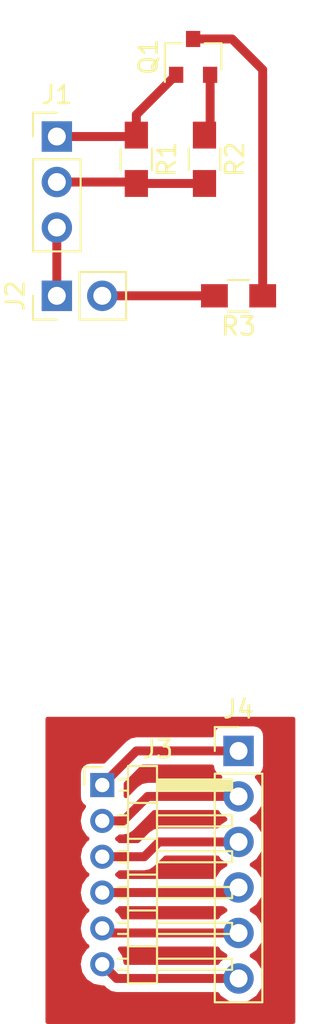
<source format=kicad_pcb>
(kicad_pcb (version 4) (host pcbnew 4.0.7)

  (general
    (links 14)
    (no_connects 0)
    (area 0 0 0 0)
    (thickness 1.6)
    (drawings 0)
    (tracks 28)
    (zones 0)
    (modules 8)
    (nets 13)
  )

  (page A4)
  (layers
    (0 F.Cu signal)
    (31 B.Cu signal)
    (32 B.Adhes user)
    (37 F.SilkS user)
    (39 F.Mask user)
    (40 Dwgs.User user)
    (41 Cmts.User user)
    (42 Eco1.User user)
    (43 Eco2.User user)
    (44 Edge.Cuts user)
    (45 Margin user)
    (46 B.CrtYd user)
    (48 B.Fab user)
  )

  (setup
    (last_trace_width 0.5)
    (trace_clearance 0.2)
    (zone_clearance 0.508)
    (zone_45_only no)
    (trace_min 0.2)
    (segment_width 0.2)
    (edge_width 0.1)
    (via_size 0.6)
    (via_drill 0.4)
    (via_min_size 0.4)
    (via_min_drill 0.3)
    (uvia_size 0.3)
    (uvia_drill 0.1)
    (uvias_allowed no)
    (uvia_min_size 0.2)
    (uvia_min_drill 0.1)
    (pcb_text_width 0.3)
    (pcb_text_size 1.5 1.5)
    (mod_edge_width 0.15)
    (mod_text_size 1 1)
    (mod_text_width 0.15)
    (pad_size 1.5 1.5)
    (pad_drill 0.6)
    (pad_to_mask_clearance 0)
    (aux_axis_origin 0 0)
    (visible_elements FFFFFF7F)
    (pcbplotparams
      (layerselection 0x00000_00000001)
      (usegerberextensions false)
      (excludeedgelayer true)
      (linewidth 0.100000)
      (plotframeref false)
      (viasonmask false)
      (mode 1)
      (useauxorigin false)
      (hpglpennumber 1)
      (hpglpenspeed 20)
      (hpglpendiameter 15)
      (hpglpenoverlay 2)
      (psnegative true)
      (psa4output false)
      (plotreference true)
      (plotvalue true)
      (plotinvisibletext false)
      (padsonsilk true)
      (subtractmaskfromsilk false)
      (outputformat 4)
      (mirror false)
      (drillshape 2)
      (scaleselection 1)
      (outputdirectory output.d/))
  )

  (net 0 "")
  (net 1 "Net-(J1-Pad1)")
  (net 2 "Net-(J1-Pad2)")
  (net 3 "Net-(J1-Pad3)")
  (net 4 "Net-(J2-Pad2)")
  (net 5 "Net-(J3-Pad1)")
  (net 6 "Net-(J3-Pad2)")
  (net 7 "Net-(J3-Pad3)")
  (net 8 "Net-(J3-Pad4)")
  (net 9 "Net-(J3-Pad5)")
  (net 10 "Net-(J3-Pad6)")
  (net 11 "Net-(Q1-Pad2)")
  (net 12 "Net-(Q1-Pad3)")

  (net_class Default 这是默认网络组.
    (clearance 0.2)
    (trace_width 0.5)
    (via_dia 0.6)
    (via_drill 0.4)
    (uvia_dia 0.3)
    (uvia_drill 0.1)
    (add_net "Net-(J1-Pad1)")
    (add_net "Net-(J1-Pad2)")
    (add_net "Net-(J1-Pad3)")
    (add_net "Net-(J2-Pad2)")
    (add_net "Net-(J3-Pad1)")
    (add_net "Net-(J3-Pad2)")
    (add_net "Net-(J3-Pad3)")
    (add_net "Net-(J3-Pad4)")
    (add_net "Net-(J3-Pad5)")
    (add_net "Net-(J3-Pad6)")
    (add_net "Net-(Q1-Pad2)")
    (add_net "Net-(Q1-Pad3)")
  )

  (module Pin_Headers:Pin_Header_Straight_1x03_Pitch2.54mm (layer F.Cu) (tedit 59650532) (tstamp 59E22D93)
    (at 106.68 97.155)
    (descr "Through hole straight pin header, 1x03, 2.54mm pitch, single row")
    (tags "Through hole pin header THT 1x03 2.54mm single row")
    (path /59E22473)
    (fp_text reference J1 (at 0 -2.33) (layer F.SilkS)
      (effects (font (size 1 1) (thickness 0.15)))
    )
    (fp_text value Conn_01x03_Male (at 0 7.41) (layer F.Fab)
      (effects (font (size 1 1) (thickness 0.15)))
    )
    (fp_line (start -0.635 -1.27) (end 1.27 -1.27) (layer F.Fab) (width 0.1))
    (fp_line (start 1.27 -1.27) (end 1.27 6.35) (layer F.Fab) (width 0.1))
    (fp_line (start 1.27 6.35) (end -1.27 6.35) (layer F.Fab) (width 0.1))
    (fp_line (start -1.27 6.35) (end -1.27 -0.635) (layer F.Fab) (width 0.1))
    (fp_line (start -1.27 -0.635) (end -0.635 -1.27) (layer F.Fab) (width 0.1))
    (fp_line (start -1.33 6.41) (end 1.33 6.41) (layer F.SilkS) (width 0.12))
    (fp_line (start -1.33 1.27) (end -1.33 6.41) (layer F.SilkS) (width 0.12))
    (fp_line (start 1.33 1.27) (end 1.33 6.41) (layer F.SilkS) (width 0.12))
    (fp_line (start -1.33 1.27) (end 1.33 1.27) (layer F.SilkS) (width 0.12))
    (fp_line (start -1.33 0) (end -1.33 -1.33) (layer F.SilkS) (width 0.12))
    (fp_line (start -1.33 -1.33) (end 0 -1.33) (layer F.SilkS) (width 0.12))
    (fp_line (start -1.8 -1.8) (end -1.8 6.85) (layer F.CrtYd) (width 0.05))
    (fp_line (start -1.8 6.85) (end 1.8 6.85) (layer F.CrtYd) (width 0.05))
    (fp_line (start 1.8 6.85) (end 1.8 -1.8) (layer F.CrtYd) (width 0.05))
    (fp_line (start 1.8 -1.8) (end -1.8 -1.8) (layer F.CrtYd) (width 0.05))
    (fp_text user %R (at 0 2.54 90) (layer F.Fab)
      (effects (font (size 1 1) (thickness 0.15)))
    )
    (pad 1 thru_hole rect (at 0 0) (size 1.7 1.7) (drill 1) (layers *.Cu *.Mask)
      (net 1 "Net-(J1-Pad1)"))
    (pad 2 thru_hole oval (at 0 2.54) (size 1.7 1.7) (drill 1) (layers *.Cu *.Mask)
      (net 2 "Net-(J1-Pad2)"))
    (pad 3 thru_hole oval (at 0 5.08) (size 1.7 1.7) (drill 1) (layers *.Cu *.Mask)
      (net 3 "Net-(J1-Pad3)"))
    (model ${KISYS3DMOD}/Pin_Headers.3dshapes/Pin_Header_Straight_1x03_Pitch2.54mm.wrl
      (at (xyz 0 0 0))
      (scale (xyz 1 1 1))
      (rotate (xyz 0 0 0))
    )
  )

  (module Socket_Strips:Socket_Strip_Straight_1x02_Pitch2.54mm (layer F.Cu) (tedit 58CD5446) (tstamp 59E22DA8)
    (at 106.68 106.045 90)
    (descr "Through hole straight socket strip, 1x02, 2.54mm pitch, single row")
    (tags "Through hole socket strip THT 1x02 2.54mm single row")
    (path /59E224AE)
    (fp_text reference J2 (at 0 -2.33 90) (layer F.SilkS)
      (effects (font (size 1 1) (thickness 0.15)))
    )
    (fp_text value Conn_01x02_Female (at 0 4.87 90) (layer F.Fab)
      (effects (font (size 1 1) (thickness 0.15)))
    )
    (fp_line (start -1.27 -1.27) (end -1.27 3.81) (layer F.Fab) (width 0.1))
    (fp_line (start -1.27 3.81) (end 1.27 3.81) (layer F.Fab) (width 0.1))
    (fp_line (start 1.27 3.81) (end 1.27 -1.27) (layer F.Fab) (width 0.1))
    (fp_line (start 1.27 -1.27) (end -1.27 -1.27) (layer F.Fab) (width 0.1))
    (fp_line (start -1.33 1.27) (end -1.33 3.87) (layer F.SilkS) (width 0.12))
    (fp_line (start -1.33 3.87) (end 1.33 3.87) (layer F.SilkS) (width 0.12))
    (fp_line (start 1.33 3.87) (end 1.33 1.27) (layer F.SilkS) (width 0.12))
    (fp_line (start 1.33 1.27) (end -1.33 1.27) (layer F.SilkS) (width 0.12))
    (fp_line (start -1.33 0) (end -1.33 -1.33) (layer F.SilkS) (width 0.12))
    (fp_line (start -1.33 -1.33) (end 0 -1.33) (layer F.SilkS) (width 0.12))
    (fp_line (start -1.8 -1.8) (end -1.8 4.35) (layer F.CrtYd) (width 0.05))
    (fp_line (start -1.8 4.35) (end 1.8 4.35) (layer F.CrtYd) (width 0.05))
    (fp_line (start 1.8 4.35) (end 1.8 -1.8) (layer F.CrtYd) (width 0.05))
    (fp_line (start 1.8 -1.8) (end -1.8 -1.8) (layer F.CrtYd) (width 0.05))
    (fp_text user %R (at 0 -2.33 90) (layer F.Fab)
      (effects (font (size 1 1) (thickness 0.15)))
    )
    (pad 1 thru_hole rect (at 0 0 90) (size 1.7 1.7) (drill 1) (layers *.Cu *.Mask)
      (net 3 "Net-(J1-Pad3)"))
    (pad 2 thru_hole oval (at 0 2.54 90) (size 1.7 1.7) (drill 1) (layers *.Cu *.Mask)
      (net 4 "Net-(J2-Pad2)"))
    (model ${KISYS3DMOD}/Socket_Strips.3dshapes/Socket_Strip_Straight_1x02_Pitch2.54mm.wrl
      (at (xyz 0 -0.05 0))
      (scale (xyz 1 1 1))
      (rotate (xyz 0 0 270))
    )
  )

  (module Pin_Headers:Pin_Header_Angled_1x06_Pitch2.00mm (layer F.Cu) (tedit 59650533) (tstamp 59E22E0E)
    (at 109.22 133.35)
    (descr "Through hole angled pin header, 1x06, 2.00mm pitch, 4.2mm pin length, single row")
    (tags "Through hole angled pin header THT 1x06 2.00mm single row")
    (path /59E2254F)
    (fp_text reference J3 (at 3.1 -2) (layer F.SilkS)
      (effects (font (size 1 1) (thickness 0.15)))
    )
    (fp_text value Conn_01x06_Male (at 3.1 12) (layer F.Fab)
      (effects (font (size 1 1) (thickness 0.15)))
    )
    (fp_line (start 1.875 -1) (end 3 -1) (layer F.Fab) (width 0.1))
    (fp_line (start 3 -1) (end 3 11) (layer F.Fab) (width 0.1))
    (fp_line (start 3 11) (end 1.5 11) (layer F.Fab) (width 0.1))
    (fp_line (start 1.5 11) (end 1.5 -0.625) (layer F.Fab) (width 0.1))
    (fp_line (start 1.5 -0.625) (end 1.875 -1) (layer F.Fab) (width 0.1))
    (fp_line (start -0.25 -0.25) (end 1.5 -0.25) (layer F.Fab) (width 0.1))
    (fp_line (start -0.25 -0.25) (end -0.25 0.25) (layer F.Fab) (width 0.1))
    (fp_line (start -0.25 0.25) (end 1.5 0.25) (layer F.Fab) (width 0.1))
    (fp_line (start 3 -0.25) (end 7.2 -0.25) (layer F.Fab) (width 0.1))
    (fp_line (start 7.2 -0.25) (end 7.2 0.25) (layer F.Fab) (width 0.1))
    (fp_line (start 3 0.25) (end 7.2 0.25) (layer F.Fab) (width 0.1))
    (fp_line (start -0.25 1.75) (end 1.5 1.75) (layer F.Fab) (width 0.1))
    (fp_line (start -0.25 1.75) (end -0.25 2.25) (layer F.Fab) (width 0.1))
    (fp_line (start -0.25 2.25) (end 1.5 2.25) (layer F.Fab) (width 0.1))
    (fp_line (start 3 1.75) (end 7.2 1.75) (layer F.Fab) (width 0.1))
    (fp_line (start 7.2 1.75) (end 7.2 2.25) (layer F.Fab) (width 0.1))
    (fp_line (start 3 2.25) (end 7.2 2.25) (layer F.Fab) (width 0.1))
    (fp_line (start -0.25 3.75) (end 1.5 3.75) (layer F.Fab) (width 0.1))
    (fp_line (start -0.25 3.75) (end -0.25 4.25) (layer F.Fab) (width 0.1))
    (fp_line (start -0.25 4.25) (end 1.5 4.25) (layer F.Fab) (width 0.1))
    (fp_line (start 3 3.75) (end 7.2 3.75) (layer F.Fab) (width 0.1))
    (fp_line (start 7.2 3.75) (end 7.2 4.25) (layer F.Fab) (width 0.1))
    (fp_line (start 3 4.25) (end 7.2 4.25) (layer F.Fab) (width 0.1))
    (fp_line (start -0.25 5.75) (end 1.5 5.75) (layer F.Fab) (width 0.1))
    (fp_line (start -0.25 5.75) (end -0.25 6.25) (layer F.Fab) (width 0.1))
    (fp_line (start -0.25 6.25) (end 1.5 6.25) (layer F.Fab) (width 0.1))
    (fp_line (start 3 5.75) (end 7.2 5.75) (layer F.Fab) (width 0.1))
    (fp_line (start 7.2 5.75) (end 7.2 6.25) (layer F.Fab) (width 0.1))
    (fp_line (start 3 6.25) (end 7.2 6.25) (layer F.Fab) (width 0.1))
    (fp_line (start -0.25 7.75) (end 1.5 7.75) (layer F.Fab) (width 0.1))
    (fp_line (start -0.25 7.75) (end -0.25 8.25) (layer F.Fab) (width 0.1))
    (fp_line (start -0.25 8.25) (end 1.5 8.25) (layer F.Fab) (width 0.1))
    (fp_line (start 3 7.75) (end 7.2 7.75) (layer F.Fab) (width 0.1))
    (fp_line (start 7.2 7.75) (end 7.2 8.25) (layer F.Fab) (width 0.1))
    (fp_line (start 3 8.25) (end 7.2 8.25) (layer F.Fab) (width 0.1))
    (fp_line (start -0.25 9.75) (end 1.5 9.75) (layer F.Fab) (width 0.1))
    (fp_line (start -0.25 9.75) (end -0.25 10.25) (layer F.Fab) (width 0.1))
    (fp_line (start -0.25 10.25) (end 1.5 10.25) (layer F.Fab) (width 0.1))
    (fp_line (start 3 9.75) (end 7.2 9.75) (layer F.Fab) (width 0.1))
    (fp_line (start 7.2 9.75) (end 7.2 10.25) (layer F.Fab) (width 0.1))
    (fp_line (start 3 10.25) (end 7.2 10.25) (layer F.Fab) (width 0.1))
    (fp_line (start 1.44 -1.06) (end 1.44 11.06) (layer F.SilkS) (width 0.12))
    (fp_line (start 1.44 11.06) (end 3.06 11.06) (layer F.SilkS) (width 0.12))
    (fp_line (start 3.06 11.06) (end 3.06 -1.06) (layer F.SilkS) (width 0.12))
    (fp_line (start 3.06 -1.06) (end 1.44 -1.06) (layer F.SilkS) (width 0.12))
    (fp_line (start 3.06 -0.31) (end 7.26 -0.31) (layer F.SilkS) (width 0.12))
    (fp_line (start 7.26 -0.31) (end 7.26 0.31) (layer F.SilkS) (width 0.12))
    (fp_line (start 7.26 0.31) (end 3.06 0.31) (layer F.SilkS) (width 0.12))
    (fp_line (start 3.06 -0.25) (end 7.26 -0.25) (layer F.SilkS) (width 0.12))
    (fp_line (start 3.06 -0.13) (end 7.26 -0.13) (layer F.SilkS) (width 0.12))
    (fp_line (start 3.06 -0.01) (end 7.26 -0.01) (layer F.SilkS) (width 0.12))
    (fp_line (start 3.06 0.11) (end 7.26 0.11) (layer F.SilkS) (width 0.12))
    (fp_line (start 3.06 0.23) (end 7.26 0.23) (layer F.SilkS) (width 0.12))
    (fp_line (start 0.935 -0.31) (end 1.44 -0.31) (layer F.SilkS) (width 0.12))
    (fp_line (start 0.935 0.31) (end 1.44 0.31) (layer F.SilkS) (width 0.12))
    (fp_line (start 1.44 1) (end 3.06 1) (layer F.SilkS) (width 0.12))
    (fp_line (start 3.06 1.69) (end 7.26 1.69) (layer F.SilkS) (width 0.12))
    (fp_line (start 7.26 1.69) (end 7.26 2.31) (layer F.SilkS) (width 0.12))
    (fp_line (start 7.26 2.31) (end 3.06 2.31) (layer F.SilkS) (width 0.12))
    (fp_line (start 0.882114 1.69) (end 1.44 1.69) (layer F.SilkS) (width 0.12))
    (fp_line (start 0.882114 2.31) (end 1.44 2.31) (layer F.SilkS) (width 0.12))
    (fp_line (start 1.44 3) (end 3.06 3) (layer F.SilkS) (width 0.12))
    (fp_line (start 3.06 3.69) (end 7.26 3.69) (layer F.SilkS) (width 0.12))
    (fp_line (start 7.26 3.69) (end 7.26 4.31) (layer F.SilkS) (width 0.12))
    (fp_line (start 7.26 4.31) (end 3.06 4.31) (layer F.SilkS) (width 0.12))
    (fp_line (start 0.882114 3.69) (end 1.44 3.69) (layer F.SilkS) (width 0.12))
    (fp_line (start 0.882114 4.31) (end 1.44 4.31) (layer F.SilkS) (width 0.12))
    (fp_line (start 1.44 5) (end 3.06 5) (layer F.SilkS) (width 0.12))
    (fp_line (start 3.06 5.69) (end 7.26 5.69) (layer F.SilkS) (width 0.12))
    (fp_line (start 7.26 5.69) (end 7.26 6.31) (layer F.SilkS) (width 0.12))
    (fp_line (start 7.26 6.31) (end 3.06 6.31) (layer F.SilkS) (width 0.12))
    (fp_line (start 0.882114 5.69) (end 1.44 5.69) (layer F.SilkS) (width 0.12))
    (fp_line (start 0.882114 6.31) (end 1.44 6.31) (layer F.SilkS) (width 0.12))
    (fp_line (start 1.44 7) (end 3.06 7) (layer F.SilkS) (width 0.12))
    (fp_line (start 3.06 7.69) (end 7.26 7.69) (layer F.SilkS) (width 0.12))
    (fp_line (start 7.26 7.69) (end 7.26 8.31) (layer F.SilkS) (width 0.12))
    (fp_line (start 7.26 8.31) (end 3.06 8.31) (layer F.SilkS) (width 0.12))
    (fp_line (start 0.882114 7.69) (end 1.44 7.69) (layer F.SilkS) (width 0.12))
    (fp_line (start 0.882114 8.31) (end 1.44 8.31) (layer F.SilkS) (width 0.12))
    (fp_line (start 1.44 9) (end 3.06 9) (layer F.SilkS) (width 0.12))
    (fp_line (start 3.06 9.69) (end 7.26 9.69) (layer F.SilkS) (width 0.12))
    (fp_line (start 7.26 9.69) (end 7.26 10.31) (layer F.SilkS) (width 0.12))
    (fp_line (start 7.26 10.31) (end 3.06 10.31) (layer F.SilkS) (width 0.12))
    (fp_line (start 0.882114 9.69) (end 1.44 9.69) (layer F.SilkS) (width 0.12))
    (fp_line (start 0.882114 10.31) (end 1.44 10.31) (layer F.SilkS) (width 0.12))
    (fp_line (start -1 0) (end -1 -1) (layer F.SilkS) (width 0.12))
    (fp_line (start -1 -1) (end 0 -1) (layer F.SilkS) (width 0.12))
    (fp_line (start -1.5 -1.5) (end -1.5 11.5) (layer F.CrtYd) (width 0.05))
    (fp_line (start -1.5 11.5) (end 7.7 11.5) (layer F.CrtYd) (width 0.05))
    (fp_line (start 7.7 11.5) (end 7.7 -1.5) (layer F.CrtYd) (width 0.05))
    (fp_line (start 7.7 -1.5) (end -1.5 -1.5) (layer F.CrtYd) (width 0.05))
    (fp_text user %R (at 2.25 5 90) (layer F.Fab)
      (effects (font (size 0.9 0.9) (thickness 0.135)))
    )
    (pad 1 thru_hole rect (at 0 0) (size 1.35 1.35) (drill 0.8) (layers *.Cu *.Mask)
      (net 5 "Net-(J3-Pad1)"))
    (pad 2 thru_hole oval (at 0 2) (size 1.35 1.35) (drill 0.8) (layers *.Cu *.Mask)
      (net 6 "Net-(J3-Pad2)"))
    (pad 3 thru_hole oval (at 0 4) (size 1.35 1.35) (drill 0.8) (layers *.Cu *.Mask)
      (net 7 "Net-(J3-Pad3)"))
    (pad 4 thru_hole oval (at 0 6) (size 1.35 1.35) (drill 0.8) (layers *.Cu *.Mask)
      (net 8 "Net-(J3-Pad4)"))
    (pad 5 thru_hole oval (at 0 8) (size 1.35 1.35) (drill 0.8) (layers *.Cu *.Mask)
      (net 9 "Net-(J3-Pad5)"))
    (pad 6 thru_hole oval (at 0 10) (size 1.35 1.35) (drill 0.8) (layers *.Cu *.Mask)
      (net 10 "Net-(J3-Pad6)"))
    (model ${KISYS3DMOD}/Pin_Headers.3dshapes/Pin_Header_Angled_1x06_Pitch2.00mm.wrl
      (at (xyz 0 0 0))
      (scale (xyz 1 1 1))
      (rotate (xyz 0 0 0))
    )
  )

  (module Pin_Headers:Pin_Header_Straight_1x06_Pitch2.54mm (layer F.Cu) (tedit 59650532) (tstamp 59E22E28)
    (at 116.84 131.445)
    (descr "Through hole straight pin header, 1x06, 2.54mm pitch, single row")
    (tags "Through hole pin header THT 1x06 2.54mm single row")
    (path /59E22578)
    (fp_text reference J4 (at 0 -2.33) (layer F.SilkS)
      (effects (font (size 1 1) (thickness 0.15)))
    )
    (fp_text value Conn_01x06_Male (at 0 15.03) (layer F.Fab)
      (effects (font (size 1 1) (thickness 0.15)))
    )
    (fp_line (start -0.635 -1.27) (end 1.27 -1.27) (layer F.Fab) (width 0.1))
    (fp_line (start 1.27 -1.27) (end 1.27 13.97) (layer F.Fab) (width 0.1))
    (fp_line (start 1.27 13.97) (end -1.27 13.97) (layer F.Fab) (width 0.1))
    (fp_line (start -1.27 13.97) (end -1.27 -0.635) (layer F.Fab) (width 0.1))
    (fp_line (start -1.27 -0.635) (end -0.635 -1.27) (layer F.Fab) (width 0.1))
    (fp_line (start -1.33 14.03) (end 1.33 14.03) (layer F.SilkS) (width 0.12))
    (fp_line (start -1.33 1.27) (end -1.33 14.03) (layer F.SilkS) (width 0.12))
    (fp_line (start 1.33 1.27) (end 1.33 14.03) (layer F.SilkS) (width 0.12))
    (fp_line (start -1.33 1.27) (end 1.33 1.27) (layer F.SilkS) (width 0.12))
    (fp_line (start -1.33 0) (end -1.33 -1.33) (layer F.SilkS) (width 0.12))
    (fp_line (start -1.33 -1.33) (end 0 -1.33) (layer F.SilkS) (width 0.12))
    (fp_line (start -1.8 -1.8) (end -1.8 14.5) (layer F.CrtYd) (width 0.05))
    (fp_line (start -1.8 14.5) (end 1.8 14.5) (layer F.CrtYd) (width 0.05))
    (fp_line (start 1.8 14.5) (end 1.8 -1.8) (layer F.CrtYd) (width 0.05))
    (fp_line (start 1.8 -1.8) (end -1.8 -1.8) (layer F.CrtYd) (width 0.05))
    (fp_text user %R (at 0 6.35 90) (layer F.Fab)
      (effects (font (size 1 1) (thickness 0.15)))
    )
    (pad 1 thru_hole rect (at 0 0) (size 1.7 1.7) (drill 1) (layers *.Cu *.Mask)
      (net 5 "Net-(J3-Pad1)"))
    (pad 2 thru_hole oval (at 0 2.54) (size 1.7 1.7) (drill 1) (layers *.Cu *.Mask)
      (net 6 "Net-(J3-Pad2)"))
    (pad 3 thru_hole oval (at 0 5.08) (size 1.7 1.7) (drill 1) (layers *.Cu *.Mask)
      (net 7 "Net-(J3-Pad3)"))
    (pad 4 thru_hole oval (at 0 7.62) (size 1.7 1.7) (drill 1) (layers *.Cu *.Mask)
      (net 8 "Net-(J3-Pad4)"))
    (pad 5 thru_hole oval (at 0 10.16) (size 1.7 1.7) (drill 1) (layers *.Cu *.Mask)
      (net 9 "Net-(J3-Pad5)"))
    (pad 6 thru_hole oval (at 0 12.7) (size 1.7 1.7) (drill 1) (layers *.Cu *.Mask)
      (net 10 "Net-(J3-Pad6)"))
    (model ${KISYS3DMOD}/Pin_Headers.3dshapes/Pin_Header_Straight_1x06_Pitch2.54mm.wrl
      (at (xyz 0 0 0))
      (scale (xyz 1 1 1))
      (rotate (xyz 0 0 0))
    )
  )

  (module Resistors_SMD:R_0805_HandSoldering (layer F.Cu) (tedit 58E0A804) (tstamp 59E22E4E)
    (at 111.125 98.425 270)
    (descr "Resistor SMD 0805, hand soldering")
    (tags "resistor 0805")
    (path /59E227A4)
    (attr smd)
    (fp_text reference R1 (at 0 -1.7 270) (layer F.SilkS)
      (effects (font (size 1 1) (thickness 0.15)))
    )
    (fp_text value R (at 0 1.75 270) (layer F.Fab)
      (effects (font (size 1 1) (thickness 0.15)))
    )
    (fp_text user %R (at 0 0 270) (layer F.Fab)
      (effects (font (size 0.5 0.5) (thickness 0.075)))
    )
    (fp_line (start -1 0.62) (end -1 -0.62) (layer F.Fab) (width 0.1))
    (fp_line (start 1 0.62) (end -1 0.62) (layer F.Fab) (width 0.1))
    (fp_line (start 1 -0.62) (end 1 0.62) (layer F.Fab) (width 0.1))
    (fp_line (start -1 -0.62) (end 1 -0.62) (layer F.Fab) (width 0.1))
    (fp_line (start 0.6 0.88) (end -0.6 0.88) (layer F.SilkS) (width 0.12))
    (fp_line (start -0.6 -0.88) (end 0.6 -0.88) (layer F.SilkS) (width 0.12))
    (fp_line (start -2.35 -0.9) (end 2.35 -0.9) (layer F.CrtYd) (width 0.05))
    (fp_line (start -2.35 -0.9) (end -2.35 0.9) (layer F.CrtYd) (width 0.05))
    (fp_line (start 2.35 0.9) (end 2.35 -0.9) (layer F.CrtYd) (width 0.05))
    (fp_line (start 2.35 0.9) (end -2.35 0.9) (layer F.CrtYd) (width 0.05))
    (pad 1 smd rect (at -1.35 0 270) (size 1.5 1.3) (layers F.Cu F.Mask)
      (net 1 "Net-(J1-Pad1)"))
    (pad 2 smd rect (at 1.35 0 270) (size 1.5 1.3) (layers F.Cu F.Mask)
      (net 2 "Net-(J1-Pad2)"))
    (model ${KISYS3DMOD}/Resistors_SMD.3dshapes/R_0805.wrl
      (at (xyz 0 0 0))
      (scale (xyz 1 1 1))
      (rotate (xyz 0 0 0))
    )
  )

  (module Resistors_SMD:R_0805_HandSoldering (layer F.Cu) (tedit 58E0A804) (tstamp 59E22E5F)
    (at 114.935 98.425 270)
    (descr "Resistor SMD 0805, hand soldering")
    (tags "resistor 0805")
    (path /59E2266C)
    (attr smd)
    (fp_text reference R2 (at 0 -1.7 270) (layer F.SilkS)
      (effects (font (size 1 1) (thickness 0.15)))
    )
    (fp_text value R (at 0 1.75 270) (layer F.Fab)
      (effects (font (size 1 1) (thickness 0.15)))
    )
    (fp_text user %R (at 0 0 270) (layer F.Fab)
      (effects (font (size 0.5 0.5) (thickness 0.075)))
    )
    (fp_line (start -1 0.62) (end -1 -0.62) (layer F.Fab) (width 0.1))
    (fp_line (start 1 0.62) (end -1 0.62) (layer F.Fab) (width 0.1))
    (fp_line (start 1 -0.62) (end 1 0.62) (layer F.Fab) (width 0.1))
    (fp_line (start -1 -0.62) (end 1 -0.62) (layer F.Fab) (width 0.1))
    (fp_line (start 0.6 0.88) (end -0.6 0.88) (layer F.SilkS) (width 0.12))
    (fp_line (start -0.6 -0.88) (end 0.6 -0.88) (layer F.SilkS) (width 0.12))
    (fp_line (start -2.35 -0.9) (end 2.35 -0.9) (layer F.CrtYd) (width 0.05))
    (fp_line (start -2.35 -0.9) (end -2.35 0.9) (layer F.CrtYd) (width 0.05))
    (fp_line (start 2.35 0.9) (end 2.35 -0.9) (layer F.CrtYd) (width 0.05))
    (fp_line (start 2.35 0.9) (end -2.35 0.9) (layer F.CrtYd) (width 0.05))
    (pad 1 smd rect (at -1.35 0 270) (size 1.5 1.3) (layers F.Cu F.Mask)
      (net 11 "Net-(Q1-Pad2)"))
    (pad 2 smd rect (at 1.35 0 270) (size 1.5 1.3) (layers F.Cu F.Mask)
      (net 2 "Net-(J1-Pad2)"))
    (model ${KISYS3DMOD}/Resistors_SMD.3dshapes/R_0805.wrl
      (at (xyz 0 0 0))
      (scale (xyz 1 1 1))
      (rotate (xyz 0 0 0))
    )
  )

  (module Resistors_SMD:R_0805_HandSoldering (layer F.Cu) (tedit 58E0A804) (tstamp 59E22E70)
    (at 116.84 106.045 180)
    (descr "Resistor SMD 0805, hand soldering")
    (tags "resistor 0805")
    (path /59E226F9)
    (attr smd)
    (fp_text reference R3 (at 0 -1.7 180) (layer F.SilkS)
      (effects (font (size 1 1) (thickness 0.15)))
    )
    (fp_text value R (at 0 1.75 180) (layer F.Fab)
      (effects (font (size 1 1) (thickness 0.15)))
    )
    (fp_text user %R (at 0 0 180) (layer F.Fab)
      (effects (font (size 0.5 0.5) (thickness 0.075)))
    )
    (fp_line (start -1 0.62) (end -1 -0.62) (layer F.Fab) (width 0.1))
    (fp_line (start 1 0.62) (end -1 0.62) (layer F.Fab) (width 0.1))
    (fp_line (start 1 -0.62) (end 1 0.62) (layer F.Fab) (width 0.1))
    (fp_line (start -1 -0.62) (end 1 -0.62) (layer F.Fab) (width 0.1))
    (fp_line (start 0.6 0.88) (end -0.6 0.88) (layer F.SilkS) (width 0.12))
    (fp_line (start -0.6 -0.88) (end 0.6 -0.88) (layer F.SilkS) (width 0.12))
    (fp_line (start -2.35 -0.9) (end 2.35 -0.9) (layer F.CrtYd) (width 0.05))
    (fp_line (start -2.35 -0.9) (end -2.35 0.9) (layer F.CrtYd) (width 0.05))
    (fp_line (start 2.35 0.9) (end 2.35 -0.9) (layer F.CrtYd) (width 0.05))
    (fp_line (start 2.35 0.9) (end -2.35 0.9) (layer F.CrtYd) (width 0.05))
    (pad 1 smd rect (at -1.35 0 180) (size 1.5 1.3) (layers F.Cu F.Mask)
      (net 12 "Net-(Q1-Pad3)"))
    (pad 2 smd rect (at 1.35 0 180) (size 1.5 1.3) (layers F.Cu F.Mask)
      (net 4 "Net-(J2-Pad2)"))
    (model ${KISYS3DMOD}/Resistors_SMD.3dshapes/R_0805.wrl
      (at (xyz 0 0 0))
      (scale (xyz 1 1 1))
      (rotate (xyz 0 0 0))
    )
  )

  (module TO_SOT_Packages_SMD:SOT-23 (layer F.Cu) (tedit 58CE4E7E) (tstamp 59E23632)
    (at 114.3 92.71 90)
    (descr "SOT-23, Standard")
    (tags SOT-23)
    (path /59E22ABE)
    (attr smd)
    (fp_text reference Q1 (at 0 -2.5 90) (layer F.SilkS)
      (effects (font (size 1 1) (thickness 0.15)))
    )
    (fp_text value S8550 (at 0 2.5 90) (layer F.Fab)
      (effects (font (size 1 1) (thickness 0.15)))
    )
    (fp_text user %R (at 0 0 180) (layer F.Fab)
      (effects (font (size 0.5 0.5) (thickness 0.075)))
    )
    (fp_line (start -0.7 -0.95) (end -0.7 1.5) (layer F.Fab) (width 0.1))
    (fp_line (start -0.15 -1.52) (end 0.7 -1.52) (layer F.Fab) (width 0.1))
    (fp_line (start -0.7 -0.95) (end -0.15 -1.52) (layer F.Fab) (width 0.1))
    (fp_line (start 0.7 -1.52) (end 0.7 1.52) (layer F.Fab) (width 0.1))
    (fp_line (start -0.7 1.52) (end 0.7 1.52) (layer F.Fab) (width 0.1))
    (fp_line (start 0.76 1.58) (end 0.76 0.65) (layer F.SilkS) (width 0.12))
    (fp_line (start 0.76 -1.58) (end 0.76 -0.65) (layer F.SilkS) (width 0.12))
    (fp_line (start -1.7 -1.75) (end 1.7 -1.75) (layer F.CrtYd) (width 0.05))
    (fp_line (start 1.7 -1.75) (end 1.7 1.75) (layer F.CrtYd) (width 0.05))
    (fp_line (start 1.7 1.75) (end -1.7 1.75) (layer F.CrtYd) (width 0.05))
    (fp_line (start -1.7 1.75) (end -1.7 -1.75) (layer F.CrtYd) (width 0.05))
    (fp_line (start 0.76 -1.58) (end -1.4 -1.58) (layer F.SilkS) (width 0.12))
    (fp_line (start 0.76 1.58) (end -0.7 1.58) (layer F.SilkS) (width 0.12))
    (pad 1 smd rect (at -1 -0.95 90) (size 0.9 0.8) (layers F.Cu F.Mask)
      (net 1 "Net-(J1-Pad1)"))
    (pad 2 smd rect (at -1 0.95 90) (size 0.9 0.8) (layers F.Cu F.Mask)
      (net 11 "Net-(Q1-Pad2)"))
    (pad 3 smd rect (at 1 0 90) (size 0.9 0.8) (layers F.Cu F.Mask)
      (net 12 "Net-(Q1-Pad3)"))
    (model ${KISYS3DMOD}/TO_SOT_Packages_SMD.3dshapes/SOT-23.wrl
      (at (xyz 0 0 0))
      (scale (xyz 1 1 1))
      (rotate (xyz 0 0 0))
    )
  )

  (segment (start 111.125 97.075) (end 111.125 95.935) (width 0.5) (layer F.Cu) (net 1) (status 400000))
  (segment (start 111.125 95.935) (end 113.35 93.71) (width 0.5) (layer F.Cu) (net 1) (tstamp 59E237D8) (status 800000))
  (segment (start 106.68 97.155) (end 111.045 97.155) (width 0.5) (layer F.Cu) (net 1) (status C00000))
  (segment (start 111.045 97.155) (end 111.125 97.075) (width 0.5) (layer F.Cu) (net 1) (tstamp 59E237D5) (status C00000))
  (segment (start 114.935 99.775) (end 111.125 99.775) (width 0.5) (layer F.Cu) (net 2) (status C00000))
  (segment (start 106.68 99.695) (end 111.045 99.695) (width 0.5) (layer F.Cu) (net 2) (status C00000))
  (segment (start 111.045 99.695) (end 111.125 99.775) (width 0.5) (layer F.Cu) (net 2) (tstamp 59E237E6) (status C00000))
  (segment (start 106.68 106.045) (end 106.68 102.235) (width 0.5) (layer F.Cu) (net 3) (status C00000))
  (segment (start 115.49 106.045) (end 109.22 106.045) (width 0.5) (layer F.Cu) (net 4) (status C00000))
  (segment (start 116.84 131.445) (end 111.125 131.445) (width 0.5) (layer F.Cu) (net 5))
  (segment (start 111.125 131.445) (end 109.22 133.35) (width 0.5) (layer F.Cu) (net 5) (tstamp 59E231C3))
  (segment (start 116.84 133.985) (end 111.76 133.985) (width 0.5) (layer F.Cu) (net 6))
  (segment (start 110.395 135.35) (end 109.22 135.35) (width 0.5) (layer F.Cu) (net 6) (tstamp 59E231C7))
  (segment (start 111.76 133.985) (end 110.395 135.35) (width 0.5) (layer F.Cu) (net 6) (tstamp 59E231C6))
  (segment (start 116.84 136.525) (end 112.395 136.525) (width 0.5) (layer F.Cu) (net 7))
  (segment (start 111.57 137.35) (end 109.22 137.35) (width 0.5) (layer F.Cu) (net 7) (tstamp 59E231CB))
  (segment (start 112.395 136.525) (end 111.57 137.35) (width 0.5) (layer F.Cu) (net 7) (tstamp 59E231CA))
  (segment (start 109.22 139.35) (end 116.555 139.35) (width 0.5) (layer F.Cu) (net 8))
  (segment (start 116.555 139.35) (end 116.84 139.065) (width 0.5) (layer F.Cu) (net 8) (tstamp 59E231CE))
  (segment (start 116.84 141.605) (end 109.475 141.605) (width 0.5) (layer F.Cu) (net 9))
  (segment (start 109.475 141.605) (end 109.22 141.35) (width 0.5) (layer F.Cu) (net 9) (tstamp 59E231D1))
  (segment (start 116.84 144.145) (end 110.015 144.145) (width 0.5) (layer F.Cu) (net 10))
  (segment (start 110.015 144.145) (end 109.22 143.35) (width 0.5) (layer F.Cu) (net 10) (tstamp 59E231D4))
  (segment (start 115.25 93.71) (end 115.25 96.76) (width 0.5) (layer F.Cu) (net 11) (status C00000))
  (segment (start 115.25 96.76) (end 114.935 97.075) (width 0.5) (layer F.Cu) (net 11) (tstamp 59E237DB) (status C00000))
  (segment (start 114.3 91.71) (end 116.475 91.71) (width 0.5) (layer F.Cu) (net 12) (status 400000))
  (segment (start 118.19 93.425) (end 118.19 106.045) (width 0.5) (layer F.Cu) (net 12) (tstamp 59E237DF) (status 800000))
  (segment (start 116.475 91.71) (end 118.19 93.425) (width 0.5) (layer F.Cu) (net 12) (tstamp 59E237DE))

  (zone (net 0) (net_name "") (layer F.Cu) (tstamp 59E231D7) (hatch edge 0.508)
    (connect_pads (clearance 0.508))
    (min_thickness 0.254)
    (fill (arc_segments 16) (thermal_gap 0.508) (thermal_bridge_width 0.508))
    (polygon
      (pts
        (xy 121.285 108.585) (xy 104.14 108.585) (xy 104.14 89.535) (xy 121.285 89.535)
      )
    )
  )
  (zone (net 0) (net_name "") (layer F.Cu) (tstamp 59E231DC) (hatch edge 0.508)
    (connect_pads (clearance 0.508))
    (min_thickness 0.254)
    (fill yes (arc_segments 16) (thermal_gap 0.508) (thermal_bridge_width 0.508))
    (polygon
      (pts
        (xy 120.015 146.685) (xy 106.045 146.685) (xy 106.045 129.54) (xy 120.015 129.54)
      )
    )
    (filled_polygon
      (pts
        (xy 119.888 146.558) (xy 106.172 146.558) (xy 106.172 135.35) (xy 107.884336 135.35) (xy 107.984054 135.851315)
        (xy 108.268026 136.27631) (xy 108.378311 136.35) (xy 108.268026 136.42369) (xy 107.984054 136.848685) (xy 107.884336 137.35)
        (xy 107.984054 137.851315) (xy 108.268026 138.27631) (xy 108.378311 138.35) (xy 108.268026 138.42369) (xy 107.984054 138.848685)
        (xy 107.884336 139.35) (xy 107.984054 139.851315) (xy 108.268026 140.27631) (xy 108.378311 140.35) (xy 108.268026 140.42369)
        (xy 107.984054 140.848685) (xy 107.884336 141.35) (xy 107.984054 141.851315) (xy 108.268026 142.27631) (xy 108.378311 142.35)
        (xy 108.268026 142.42369) (xy 107.984054 142.848685) (xy 107.884336 143.35) (xy 107.984054 143.851315) (xy 108.268026 144.27631)
        (xy 108.693021 144.560282) (xy 109.194336 144.66) (xy 109.245664 144.66) (xy 109.272986 144.654565) (xy 109.389208 144.770787)
        (xy 109.38921 144.77079) (xy 109.676325 144.962633) (xy 109.732516 144.97381) (xy 110.015 145.030001) (xy 110.015005 145.03)
        (xy 115.650568 145.03) (xy 115.760853 145.195054) (xy 116.242622 145.516961) (xy 116.810907 145.63) (xy 116.869093 145.63)
        (xy 117.437378 145.516961) (xy 117.919147 145.195054) (xy 118.241054 144.713285) (xy 118.354093 144.145) (xy 118.241054 143.576715)
        (xy 117.919147 143.094946) (xy 117.589974 142.875) (xy 117.919147 142.655054) (xy 118.241054 142.173285) (xy 118.354093 141.605)
        (xy 118.241054 141.036715) (xy 117.919147 140.554946) (xy 117.589974 140.335) (xy 117.919147 140.115054) (xy 118.241054 139.633285)
        (xy 118.354093 139.065) (xy 118.241054 138.496715) (xy 117.919147 138.014946) (xy 117.589974 137.795) (xy 117.919147 137.575054)
        (xy 118.241054 137.093285) (xy 118.354093 136.525) (xy 118.241054 135.956715) (xy 117.919147 135.474946) (xy 117.589974 135.255)
        (xy 117.919147 135.035054) (xy 118.241054 134.553285) (xy 118.354093 133.985) (xy 118.241054 133.416715) (xy 117.919147 132.934946)
        (xy 117.877548 132.90715) (xy 117.925317 132.898162) (xy 118.141441 132.75909) (xy 118.286431 132.54689) (xy 118.33744 132.295)
        (xy 118.33744 130.595) (xy 118.293162 130.359683) (xy 118.15409 130.143559) (xy 117.94189 129.998569) (xy 117.69 129.94756)
        (xy 115.99 129.94756) (xy 115.754683 129.991838) (xy 115.538559 130.13091) (xy 115.393569 130.34311) (xy 115.349648 130.56)
        (xy 111.125005 130.56) (xy 111.125 130.559999) (xy 110.842516 130.61619) (xy 110.786325 130.627367) (xy 110.49921 130.81921)
        (xy 110.499208 130.819213) (xy 109.29086 132.02756) (xy 108.545 132.02756) (xy 108.309683 132.071838) (xy 108.093559 132.21091)
        (xy 107.948569 132.42311) (xy 107.89756 132.675) (xy 107.89756 134.025) (xy 107.941838 134.260317) (xy 108.08091 134.476441)
        (xy 108.185177 134.547683) (xy 107.984054 134.848685) (xy 107.884336 135.35) (xy 106.172 135.35) (xy 106.172 129.667)
        (xy 119.888 129.667)
      )
    )
    (filled_polygon
      (pts
        (xy 115.760853 142.655054) (xy 116.090026 142.875) (xy 115.760853 143.094946) (xy 115.650568 143.26) (xy 110.537762 143.26)
        (xy 110.455946 142.848685) (xy 110.216281 142.49) (xy 115.650568 142.49)
      )
    )
    (filled_polygon
      (pts
        (xy 116.090026 140.335) (xy 115.760853 140.554946) (xy 115.650568 140.72) (xy 110.369962 140.72) (xy 110.171974 140.42369)
        (xy 110.061689 140.35) (xy 110.171974 140.27631) (xy 110.199576 140.235) (xy 115.940365 140.235)
      )
    )
    (filled_polygon
      (pts
        (xy 115.760853 137.575054) (xy 116.090026 137.795) (xy 115.760853 138.014946) (xy 115.460137 138.465) (xy 110.199576 138.465)
        (xy 110.171974 138.42369) (xy 110.061689 138.35) (xy 110.171974 138.27631) (xy 110.199576 138.235) (xy 111.569995 138.235)
        (xy 111.57 138.235001) (xy 111.852484 138.17881) (xy 111.908675 138.167633) (xy 112.19579 137.97579) (xy 112.761579 137.41)
        (xy 115.650568 137.41)
      )
    )
    (filled_polygon
      (pts
        (xy 115.760853 135.035054) (xy 116.090026 135.255) (xy 115.760853 135.474946) (xy 115.650568 135.64) (xy 112.395005 135.64)
        (xy 112.395 135.639999) (xy 112.056325 135.707367) (xy 111.76921 135.89921) (xy 111.769208 135.899213) (xy 111.20342 136.465)
        (xy 110.199576 136.465) (xy 110.171974 136.42369) (xy 110.061689 136.35) (xy 110.171974 136.27631) (xy 110.199576 136.235)
        (xy 110.394995 136.235) (xy 110.395 136.235001) (xy 110.677484 136.17881) (xy 110.733675 136.167633) (xy 111.02079 135.97579)
        (xy 112.126579 134.87) (xy 115.650568 134.87)
      )
    )
    (filled_polygon
      (pts
        (xy 115.386838 132.530317) (xy 115.52591 132.746441) (xy 115.73811 132.891431) (xy 115.805541 132.905086) (xy 115.760853 132.934946)
        (xy 115.650568 133.1) (xy 111.760005 133.1) (xy 111.76 133.099999) (xy 111.421326 133.167366) (xy 111.421324 133.167367)
        (xy 111.421325 133.167367) (xy 111.13421 133.35921) (xy 111.134208 133.359213) (xy 110.54244 133.950981) (xy 110.54244 133.27914)
        (xy 111.491579 132.33) (xy 115.349146 132.33)
      )
    )
  )
)

</source>
